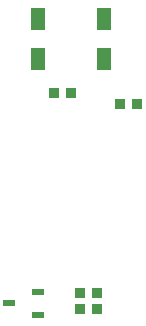
<source format=gbp>
G04*
G04 #@! TF.GenerationSoftware,Altium Limited,Altium Designer,21.0.8 (223)*
G04*
G04 Layer_Color=128*
%FSLAX44Y44*%
%MOMM*%
G71*
G04*
G04 #@! TF.SameCoordinates,3C593E1E-8741-496A-A554-97E108CC9687*
G04*
G04*
G04 #@! TF.FilePolarity,Positive*
G04*
G01*
G75*
%ADD14R,0.9500X0.9000*%
%ADD58R,1.0000X0.6000*%
%ADD59R,1.3000X1.9000*%
D14*
X436750Y146006D02*
D03*
X451250D02*
D03*
X451250Y133000D02*
D03*
X436750D02*
D03*
X415250Y315750D02*
D03*
X429750D02*
D03*
X485250Y306000D02*
D03*
X470750Y306000D02*
D03*
D58*
X377318Y137435D02*
D03*
X401318Y127935D02*
D03*
Y146935D02*
D03*
D59*
X457500Y378500D02*
D03*
X401250D02*
D03*
X401250Y344000D02*
D03*
X457500Y344000D02*
D03*
M02*

</source>
